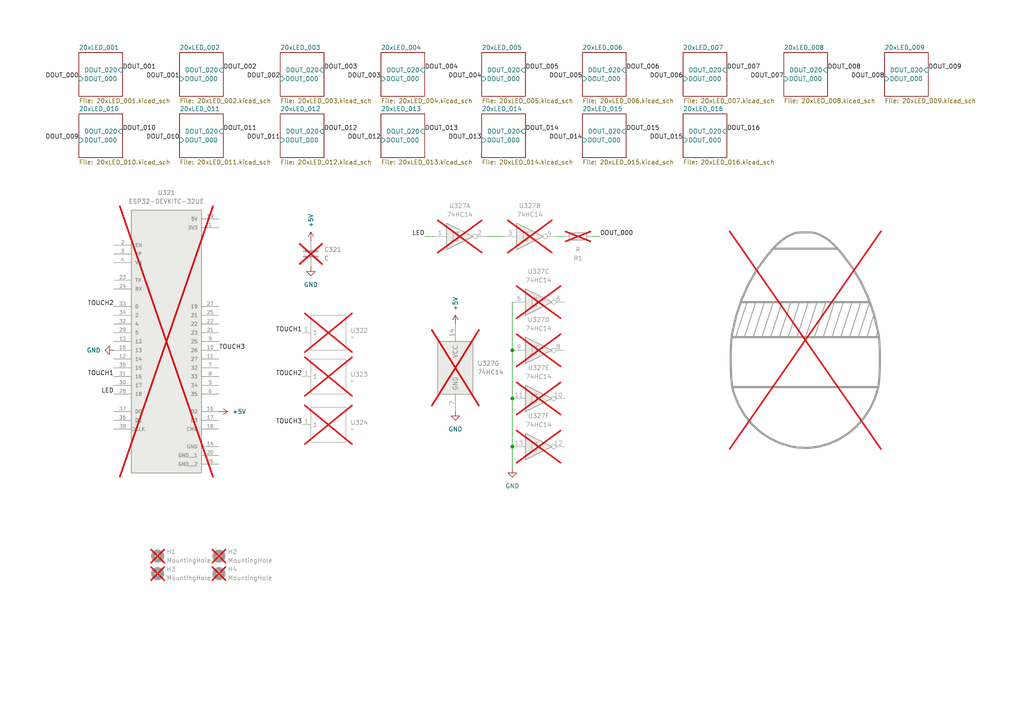
<source format=kicad_sch>
(kicad_sch (version 20250114) (generator "eeschema") (generator_version "9.0")
  (paper "A4")
  (lib_symbols
    (symbol "74xx:74HC14" (pin_names (offset 1.016))
      (property "Reference" "U" (at 0 1.27 0))
      (property "Value" "74HC14" (at 0 -1.27 0))
      (symbol "74HC14_1_0"
        (polyline (pts (xy -3.81 3.81) (xy -3.81 -3.81) (xy 3.81 0) (xy -3.81 3.81)) (stroke (width 0.254)) (fill (type background)))
        (pin input line (at -7.62 0 0) (length 3.81) (name "~") (number "1"))
        (pin output inverted (at 7.62 0 180) (length 3.81) (name "~") (number "2"))
      )
      (symbol "74HC14_1_1"
        (polyline (pts (xy -2.54 -1.27) (xy -0.635 -1.27) (xy -0.635 1.27) (xy 0 1.27)))
        (polyline (pts (xy -1.905 -1.27) (xy -1.905 1.27) (xy -0.635 1.27)))
      )
      (symbol "74HC14_2_0"
        (polyline (pts (xy -3.81 3.81) (xy -3.81 -3.81) (xy 3.81 0) (xy -3.81 3.81)) (stroke (width 0.254)) (fill (type background)))
        (pin input line (at -7.62 0 0) (length 3.81) (name "~") (number "3"))
        (pin output inverted (at 7.62 0 180) (length 3.81) (name "~") (number "4"))
      )
      (symbol "74HC14_2_1"
        (polyline (pts (xy -2.54 -1.27) (xy -0.635 -1.27) (xy -0.635 1.27) (xy 0 1.27)))
        (polyline (pts (xy -1.905 -1.27) (xy -1.905 1.27) (xy -0.635 1.27)))
      )
      (symbol "74HC14_3_0"
        (polyline (pts (xy -3.81 3.81) (xy -3.81 -3.81) (xy 3.81 0) (xy -3.81 3.81)) (stroke (width 0.254)) (fill (type background)))
        (pin input line (at -7.62 0 0) (length 3.81) (name "~") (number "5"))
        (pin output inverted (at 7.62 0 180) (length 3.81) (name "~") (number "6"))
      )
      (symbol "74HC14_3_1"
        (polyline (pts (xy -2.54 -1.27) (xy -0.635 -1.27) (xy -0.635 1.27) (xy 0 1.27)))
        (polyline (pts (xy -1.905 -1.27) (xy -1.905 1.27) (xy -0.635 1.27)))
      )
      (symbol "74HC14_4_0"
        (polyline (pts (xy -3.81 3.81) (xy -3.81 -3.81) (xy 3.81 0) (xy -3.81 3.81)) (stroke (width 0.254)) (fill (type background)))
        (pin input line (at -7.62 0 0) (length 3.81) (name "~") (number "9"))
        (pin output inverted (at 7.62 0 180) (length 3.81) (name "~") (number "8"))
      )
      (symbol "74HC14_4_1"
        (polyline (pts (xy -2.54 -1.27) (xy -0.635 -1.27) (xy -0.635 1.27) (xy 0 1.27)))
        (polyline (pts (xy -1.905 -1.27) (xy -1.905 1.27) (xy -0.635 1.27)))
      )
      (symbol "74HC14_5_0"
        (polyline (pts (xy -3.81 3.81) (xy -3.81 -3.81) (xy 3.81 0) (xy -3.81 3.81)) (stroke (width 0.254)) (fill (type background)))
        (pin input line (at -7.62 0 0) (length 3.81) (name "~") (number "11"))
        (pin output inverted (at 7.62 0 180) (length 3.81) (name "~") (number "10"))
      )
      (symbol "74HC14_5_1"
        (polyline (pts (xy -2.54 -1.27) (xy -0.635 -1.27) (xy -0.635 1.27) (xy 0 1.27)))
        (polyline (pts (xy -1.905 -1.27) (xy -1.905 1.27) (xy -0.635 1.27)))
      )
      (symbol "74HC14_6_0"
        (polyline (pts (xy -3.81 3.81) (xy -3.81 -3.81) (xy 3.81 0) (xy -3.81 3.81)) (stroke (width 0.254)) (fill (type background)))
        (pin input line (at -7.62 0 0) (length 3.81) (name "~") (number "13"))
        (pin output inverted (at 7.62 0 180) (length 3.81) (name "~") (number "12"))
      )
      (symbol "74HC14_6_1"
        (polyline (pts (xy -2.54 -1.27) (xy -0.635 -1.27) (xy -0.635 1.27) (xy 0 1.27)))
        (polyline (pts (xy -1.905 -1.27) (xy -1.905 1.27) (xy -0.635 1.27)))
      )
      (symbol "74HC14_7_0"
        (pin power_in line (at 0 12.7 270) (length 5.08) (name "VCC") (number "14"))
        (pin power_in line (at 0 -12.7 90) (length 5.08) (name "GND") (number "7"))
      )
      (symbol "74HC14_7_1"
        (rectangle (start -5.08 7.62) (end 5.08 -7.62) (stroke (width 0.254)) (fill (type background)))
      )
    )
    (symbol "Device:C" (pin_numbers (hide yes)) (pin_names (offset 0.254))
      (property "Reference" "C" (at 0.635 2.54 0))
      (property "Value" "C" (at 0.635 -2.54 0))
      (symbol "C_0_1"
        (polyline (pts (xy -2.032 0.762) (xy 2.032 0.762)) (stroke (width 0.508)))
        (polyline (pts (xy -2.032 -0.762) (xy 2.032 -0.762)) (stroke (width 0.508)))
      )
      (symbol "C_1_1"
        (pin passive line (at 0 3.81 270) (length 2.794) (name "~") (number "1"))
        (pin passive line (at 0 -3.81 90) (length 2.794) (name "~") (number "2"))
      )
    )
    (symbol "Device:R" (pin_numbers (hide yes)) (pin_names (offset 0))
      (property "Reference" "R" (at 2.032 0 90))
      (property "Value" "R" (at 0 0 90))
      (symbol "R_0_1"
        (rectangle (start -1.016 -2.54) (end 1.016 2.54) (stroke (width 0.254)))
      )
      (symbol "R_1_1"
        (pin passive line (at 0 3.81 270) (length 1.27) (name "~") (number "1"))
        (pin passive line (at 0 -3.81 90) (length 1.27) (name "~") (number "2"))
      )
    )
    (symbol "ESP32-DEVKITC-32UE:ESP32-DEVKITC-32UE" (pin_names (offset 1.016))
      (property "Reference" "U" (at -10.16 36.83 0))
      (property "Value" "ESP32-DEVKITC-32UE" (at -10.16 -43.18 0))
      (symbol "ESP32-DEVKITC-32UE_0_0"
        (rectangle (start -10.16 -40.64) (end 10.16 35.56) (stroke (width 0.254)) (fill (type background)))
        (pin input line (at -15.24 25.4 0) (length 5.08) (name "EN") (number "2"))
        (pin input line (at -15.24 22.86 0) (length 5.08) (name "VP") (number "3"))
        (pin input line (at -15.24 20.32 0) (length 5.08) (name "VN") (number "4"))
        (pin bidirectional line (at -15.24 15.24 0) (length 5.08) (name "TX") (number "23"))
        (pin bidirectional line (at -15.24 12.7 0) (length 5.08) (name "RX") (number "24"))
        (pin bidirectional line (at -15.24 7.62 0) (length 5.08) (name "0") (number "33"))
        (pin bidirectional line (at -15.24 5.08 0) (length 5.08) (name "2") (number "34"))
        (pin bidirectional line (at -15.24 2.54 0) (length 5.08) (name "4") (number "32"))
        (pin bidirectional line (at -15.24 0 0) (length 5.08) (name "5") (number "29"))
        (pin bidirectional line (at -15.24 -2.54 0) (length 5.08) (name "12") (number "13"))
        (pin bidirectional line (at -15.24 -5.08 0) (length 5.08) (name "13") (number "15"))
        (pin bidirectional line (at -15.24 -7.62 0) (length 5.08) (name "14") (number "12"))
        (pin bidirectional line (at -15.24 -10.16 0) (length 5.08) (name "15") (number "35"))
        (pin bidirectional line (at -15.24 -12.7 0) (length 5.08) (name "16") (number "31"))
        (pin bidirectional line (at -15.24 -15.24 0) (length 5.08) (name "17") (number "30"))
        (pin bidirectional line (at -15.24 -17.78 0) (length 5.08) (name "18") (number "28"))
        (pin bidirectional line (at -15.24 -22.86 0) (length 5.08) (name "D0") (number "37"))
        (pin bidirectional line (at -15.24 -25.4 0) (length 5.08) (name "D1") (number "36"))
        (pin bidirectional clock (at -15.24 -27.94 0) (length 5.08) (name "CLK") (number "38"))
        (pin power_in line (at 15.24 33.02 180) (length 5.08) (name "5V") (number "19"))
        (pin power_in line (at 15.24 30.48 180) (length 5.08) (name "3V3") (number "1"))
        (pin bidirectional line (at 15.24 7.62 180) (length 5.08) (name "19") (number "27"))
        (pin bidirectional line (at 15.24 5.08 180) (length 5.08) (name "21") (number "25"))
        (pin bidirectional line (at 15.24 2.54 180) (length 5.08) (name "22") (number "22"))
        (pin bidirectional line (at 15.24 0 180) (length 5.08) (name "23") (number "21"))
        (pin bidirectional line (at 15.24 -2.54 180) (length 5.08) (name "25") (number "9"))
        (pin bidirectional line (at 15.24 -5.08 180) (length 5.08) (name "26") (number "10"))
        (pin bidirectional line (at 15.24 -7.62 180) (length 5.08) (name "27") (number "11"))
        (pin bidirectional line (at 15.24 -10.16 180) (length 5.08) (name "32") (number "7"))
        (pin bidirectional line (at 15.24 -12.7 180) (length 5.08) (name "33") (number "8"))
        (pin bidirectional line (at 15.24 -15.24 180) (length 5.08) (name "34") (number "5"))
        (pin bidirectional line (at 15.24 -17.78 180) (length 5.08) (name "35") (number "6"))
        (pin bidirectional line (at 15.24 -22.86 180) (length 5.08) (name "D2") (number "16"))
        (pin bidirectional line (at 15.24 -25.4 180) (length 5.08) (name "D3") (number "17"))
        (pin bidirectional line (at 15.24 -27.94 180) (length 5.08) (name "CMD") (number "18"))
        (pin power_in line (at 15.24 -33.02 180) (length 5.08) (name "GND") (number "14"))
        (pin power_in line (at 15.24 -35.56 180) (length 5.08) (name "GND__1") (number "20"))
        (pin power_in line (at 15.24 -38.1 180) (length 5.08) (name "GND__2") (number "26"))
      )
    )
    (symbol "ESP32-DEVKITC-32UE:cap_touch"
      (property "Reference" "U" (at 0 0 0))
      (property "Value" "~" (at 0 0 0))
      (symbol "cap_touch_0_1"
        (rectangle (start -5.08 5.08) (end 5.08 -5.08))
      )
      (symbol "cap_touch_1_1"
        (pin passive line (at -7.62 0 0) (length 2.54) (name "1") (number "1"))
      )
    )
    (symbol "Graphic:SYM_EasterEgg_42x60mm" (in_bom no)
      (symbol "SYM_EasterEgg_42x60mm_0_0"
        (polyline (pts (xy -21.336 31.75) (xy 21.082 31.75)) (stroke (width 0.635)))
        (polyline (pts (xy -21.082 17.272) (xy 20.828 17.272)) (stroke (width 0.635)))
        (polyline (pts (xy -20.32 31.75) (xy -17.018 41.91)) (stroke (width 0.254)))
        (polyline (pts (xy -18.542 41.91) (xy 18.542 41.91)) (stroke (width 0.635)))
        (polyline (pts (xy -17.78 31.75) (xy -14.478 41.91)) (stroke (width 0.254)))
        (polyline (pts (xy -15.24 31.75) (xy -11.938 41.91)) (stroke (width 0.254)))
        (polyline (pts (xy -12.7 31.75) (xy -9.398 41.91)) (stroke (width 0.254)))
        (polyline (pts (xy -10.16 31.75) (xy -6.858 41.91)) (stroke (width 0.254)))
        (polyline (pts (xy -9.144 57.404) (xy 9.144 57.404)) (stroke (width 0.635)))
        (polyline (pts (xy -7.62 31.75) (xy -4.318 41.91)) (stroke (width 0.254)))
        (polyline (pts (xy -5.08 31.75) (xy -1.778 41.91)) (stroke (width 0.254)))
        (polyline (pts (xy -2.54 31.75) (xy 0.762 41.91)) (stroke (width 0.254)))
        (polyline (pts (xy 0 31.75) (xy 3.302 41.91)) (stroke (width 0.254)))
        (polyline (pts (xy 2.54 31.75) (xy 5.842 41.91)) (stroke (width 0.254)))
        (polyline (pts (xy 3.81 0) (xy 6.7876 0.8362) (xy 9.6194 2.1032) (xy 12.2601 3.7704) (xy 14.664 5.8069) (xy 16.7858 8.1821) (xy 18.5799 10.8653) (xy 20.0009 13.8258) (xy 21.0033 17.0328) (xy 21.1579 17.9022) (xy 21.3178 19.4063) (xy 21.4338 21.2395) (xy 21.5049 23.284) (xy 21.5298 25.422) (xy 21.5076 27.5357) (xy 21.4371 29.5073) (xy 21.3173 31.219) (xy 21.1471 32.5531) (xy 21.0293 33.1976) (xy 19.8134 38.3331) (xy 18.153 43.1691) (xy 16.0395 47.7248) (xy 13.4638 52.0197) (xy 10.4171 56.0733) (xy 9.6566 56.9666) (xy 8.2477 58.489) (xy 6.9641 59.662) (xy 5.7116 60.5673) (xy 4.3959 61.2863) (xy 3.6465 61.6273) (xy 2.8869 61.9035) (xy 2.1275 62.0584) (xy 1.1882 62.1264) (xy -0.1111 62.1414) (xy -1.2192 62.1318) (xy -2.2063 62.0754) (xy -2.9835 61.9377) (xy -3.7313 61.6843) (xy -4.63 61.2808) (xy -5.679 60.7202) (xy -6.9361 59.8507) (xy -8.2194 58.7217) (xy -9.6079 57.2622) (xy -11.1805 55.4015) (xy -14.1139 51.3837) (xy -16.6002 47.0991) (xy -18.6319 42.5472) (xy -20.2187 37.706) (xy -21.3706 32.5531) (xy -21.5144 31.4761) (xy -21.6403 29.8364) (xy -21.7184 27.9175) (xy -21.7496 25.8363) (xy -21.7349 23.7097) (xy -21.6753 21.6545) (xy -21.5719 19.7876) (xy -21.4256 18.2259) (xy -21.2374 17.0862) (xy -20.7288 15.2493) (xy -19.4413 12.0552) (xy -17.7312 9.1385) (xy -15.6363 6.5369) (xy -13.1945 4.2881) (xy -10.4433 2.4299) (xy -7.4207 0.9998) (xy -4.1643 0.0357) (xy -2.4005 -0.2572) (xy 0.7322 -0.3747) (xy 3.81 0)) (stroke (width 0.635)))
        (polyline (pts (xy 5.08 31.75) (xy 8.382 41.91)) (stroke (width 0.254)))
        (polyline (pts (xy 7.62 31.75) (xy 10.922 41.91)) (stroke (width 0.254)))
        (polyline (pts (xy 10.16 31.75) (xy 13.462 41.91)) (stroke (width 0.254)))
        (polyline (pts (xy 12.7 31.75) (xy 16.002 41.91)) (stroke (width 0.254)))
        (polyline (pts (xy 15.24 31.75) (xy 18.542 41.91)) (stroke (width 0.254)))
        (polyline (pts (xy 17.78 31.75) (xy 19.685 38.1)) (stroke (width 0.254)))
        (polyline (pts (xy 20.32 31.75) (xy 20.955 33.655)) (stroke (width 0.254)))
      )
    )
    (symbol "Mechanical:MountingHole" (pin_names (offset 1.016)) (in_bom no)
      (property "Reference" "H" (at 0 5.08 0))
      (property "Value" "MountingHole" (at 0 3.175 0))
      (symbol "MountingHole_0_1"
        (circle (center 0 0) (radius 1.27) (stroke (width 1.27)))
      )
    )
    (symbol "power:+5V" (power) (pin_numbers (hide yes)) (pin_names (offset 0) (hide yes))
      (property "Value" "+5V" (at 0 3.556 0))
      (symbol "+5V_0_1"
        (polyline (pts (xy -0.762 1.27) (xy 0 2.54)))
        (polyline (pts (xy 0 2.54) (xy 0.762 1.27)))
        (polyline (pts (xy 0 0) (xy 0 2.54)))
      )
      (symbol "+5V_1_1"
        (pin power_in line (at 0 0 90) (length 0) (name "~") (number "1"))
      )
    )
    (symbol "power:GND" (power) (pin_numbers (hide yes)) (pin_names (offset 0) (hide yes))
      (property "Value" "GND" (at 0 -3.81 0))
      (symbol "GND_0_1"
        (polyline (pts (xy 0 0) (xy 0 -1.27) (xy 1.27 -1.27) (xy 0 -2.54) (xy -1.27 -1.27) (xy 0 -1.27)))
      )
      (symbol "GND_1_1"
        (pin power_in line (at 0 0 270) (length 0) (name "~") (number "1"))
      )
    )
  )
  (text "https://www.az-delivery.de/products/esp32-dev-kit-c-v4-nodemcu-wlan-wifi-development-board-mit-usb-c-anschluss-kompatibel-mit-arduino?variant=46050066170123" (at 95.504 -8.128 0) (effects (font (size 1.27 1.27))))
  (text "ESP32-WROVER-E-N8R8 " (at 21.336 -4.826 0) (effects (font (size 1.27 1.27))))
  (junction (at 148.59 115.57))
  (junction (at 148.59 129.54))
  (junction (at 148.59 101.6))
  (wire (pts (xy 161.29 68.58) (xy 163.83 68.58)))
  (wire (pts (xy 173.99 68.58) (xy 171.45 68.58)))
  (wire (pts (xy 148.59 115.57) (xy 148.59 129.54)))
  (wire (pts (xy 148.59 135.89) (xy 148.59 129.54)))
  (wire (pts (xy 148.59 87.63) (xy 148.59 101.6)))
  (wire (pts (xy 123.19 68.58) (xy 125.73 68.58)))
  (wire (pts (xy 140.97 68.58) (xy 146.05 68.58)))
  (wire (pts (xy 148.59 101.6) (xy 148.59 115.57)))
  (label "DOUT_008" (at 240.03 20.32 0))
  (label "DOUT_012" (at 110.49 40.64 180))
  (label "DOUT_015" (at 198.12 40.64 180))
  (label "DOUT_005" (at 152.4 20.32 0))
  (label "LED" (at 33.02 114.3 180))
  (label "DOUT_000" (at 22.86 22.86 180))
  (label "DOUT_000" (at 173.99 68.58 0))
  (label "DOUT_001" (at 52.07 22.86 180))
  (label "DOUT_007" (at 227.33 22.86 180))
  (label "DOUT_006" (at 198.12 22.86 180))
  (label "TOUCH3" (at 87.63 123.19 180))
  (label "DOUT_002" (at 64.77 20.32 0))
  (label "TOUCH1" (at 33.02 109.22 180))
  (label "DOUT_003" (at 93.98 20.32 0))
  (label "DOUT_012" (at 93.98 38.1 0))
  (label "DOUT_004" (at 123.19 20.32 0))
  (label "DOUT_004" (at 139.7 22.86 180))
  (label "DOUT_011" (at 81.28 40.64 180))
  (label "DOUT_009" (at 269.24 20.32 0))
  (label "TOUCH2" (at 33.02 88.9 180))
  (label "DOUT_007" (at 210.82 20.32 0))
  (label "DOUT_015" (at 181.61 38.1 0))
  (label "DOUT_003" (at 110.49 22.86 180))
  (label "DOUT_002" (at 81.28 22.86 180))
  (label "DOUT_014" (at 152.4 38.1 0))
  (label "DOUT_010" (at 35.56 38.1 0))
  (label "DOUT_016" (at 210.82 38.1 0))
  (label "DOUT_013" (at 139.7 40.64 180))
  (label "TOUCH1" (at 87.63 96.52 180))
  (label "DOUT_013" (at 123.19 38.1 0))
  (label "DOUT_008" (at 256.54 22.86 180))
  (label "DOUT_011" (at 64.77 38.1 0))
  (label "DOUT_001" (at 35.56 20.32 0))
  (label "LED" (at 123.19 68.58 180))
  (label "TOUCH2" (at 87.63 109.22 180))
  (label "DOUT_014" (at 168.91 40.64 180))
  (label "DOUT_005" (at 168.91 22.86 180))
  (label "TOUCH3" (at 63.5 101.6 0))
  (label "DOUT_009" (at 22.86 40.64 180))
  (label "DOUT_006" (at 181.61 20.32 0))
  (label "DOUT_010" (at 52.07 40.64 180))
  (symbol (lib_id "74xx:74HC14") (at 156.21 115.57 0) (unit 5) (in_bom no) (dnp yes)
    (property "Reference" "U327" (at 156.21 106.68 0))
    (property "Value" "74HC14" (at 156.21 109.22 0))
    (property "Footprint" "Package_SO:SOIC-14_3.9x8.7mm_P1.27mm" (effects (hide yes)))
    (property "Datasheet" "http://www.ti.com/lit/gpn/sn74HC14" (effects (hide yes)))
    (property "Description" "74HC14D,653" (effects (hide yes)))
  )
  (symbol (lib_id "ESP32-DEVKITC-32UE:cap_touch") (at 95.25 96.52 0) (unit 1) (in_bom no) (dnp yes)
    (property "Reference" "U322" (at 101.6 95.8849 0) (effects (justify left)))
    (property "Value" "~" (at 101.6 97.79 0) (effects (justify left)))
    (property "Footprint" "ESP32_DEVKITC_32UE:cap_touch" (effects (hide yes)))
  )
  (symbol (lib_id "Mechanical:MountingHole") (at 63.5 166.37 0) (unit 1) (in_bom no) (dnp yes)
    (property "Reference" "H4" (at 66.04 165.0999 0) (effects (justify left)))
    (property "Value" "MountingHole" (at 66.04 167.6399 0) (effects (justify left)))
    (property "Footprint" "MountingHole:MountingHole_2.2mm_M2_DIN965_Pad" (effects (hide yes)))
    (property "Description" "Mounting Hole without connection" (effects (hide yes)))
  )
  (symbol (lib_id "power:+5V") (at 63.5 119.38 270) (unit 1)
    (property "Reference" "#PWR1281" (effects (hide yes)))
    (property "Value" "+5V" (at 67.31 119.3801 90) (effects (justify left)))
    (property "Description" "Power symbol creates a global label with name \"+5V\"" (effects (hide yes)))
  )
  (symbol (lib_id "Mechanical:MountingHole") (at 45.72 166.37 0) (unit 1) (in_bom no) (dnp yes)
    (property "Reference" "H3" (at 48.26 165.0999 0) (effects (justify left)))
    (property "Value" "MountingHole" (at 48.26 167.6399 0) (effects (justify left)))
    (property "Footprint" "MountingHole:MountingHole_2.2mm_M2_DIN965_Pad" (effects (hide yes)))
    (property "Description" "Mounting Hole without connection" (effects (hide yes)))
  )
  (symbol (lib_id "74xx:74HC14") (at 156.21 87.63 0) (unit 3) (in_bom no) (dnp yes)
    (property "Reference" "U327" (at 156.21 78.74 0))
    (property "Value" "74HC14" (at 156.21 81.28 0))
    (property "Footprint" "Package_SO:SOIC-14_3.9x8.7mm_P1.27mm" (effects (hide yes)))
    (property "Datasheet" "http://www.ti.com/lit/gpn/sn74HC14" (effects (hide yes)))
    (property "Description" "74HC14D,653" (effects (hide yes)))
  )
  (symbol (lib_id "power:GND") (at 90.17 77.47 0) (mirror y) (unit 1)
    (property "Reference" "#PWR1286" (effects (hide yes)))
    (property "Value" "GND" (at 90.17 82.55 0))
    (property "Description" "Power symbol creates a global label with name \"GND\" , ground" (effects (hide yes)))
  )
  (symbol (lib_id "74xx:74HC14") (at 132.08 106.68 0) (unit 7) (in_bom no) (dnp yes)
    (property "Reference" "U327" (at 138.43 105.4099 0) (effects (justify left)))
    (property "Value" "74HC14" (at 138.43 107.9499 0) (effects (justify left)))
    (property "Footprint" "Package_SO:SOIC-14_3.9x8.7mm_P1.27mm" (effects (hide yes)))
    (property "Datasheet" "http://www.ti.com/lit/gpn/sn74HC14" (effects (hide yes)))
    (property "Description" "74HC14D,653" (effects (hide yes)))
  )
  (symbol (lib_id "power:GND") (at 33.02 101.6 270) (mirror x) (unit 1)
    (property "Reference" "#PWR09" (effects (hide yes)))
    (property "Value" "GND" (at 29.21 101.5999 90) (effects (justify right)))
    (property "Description" "Power symbol creates a global label with name \"GND\" , ground" (effects (hide yes)))
  )
  (symbol (lib_id "Graphic:SYM_EasterEgg_42x60mm") (at 233.68 129.54 0) (unit 1) (in_bom no) (dnp yes)
    (property "Reference" "SYM1" (effects (hide yes)))
    (property "Value" "SYM_EasterEgg_42x60mm" (effects (hide yes)))
    (property "Footprint" "bb:Logo_Elektrojupp" (effects (hide yes)))
    (property "Datasheet" "https://eur-lex.europa.eu/LexUriServ/LexUriServ.do?uri=OJ:L:2013:347:0671:0854:de:PDF" (effects (hide yes)))
    (property "Description" "EasterEgg, ClassA, Medium Size" (effects (hide yes)))
  )
  (symbol (lib_id "ESP32-DEVKITC-32UE:cap_touch") (at 95.25 109.22 0) (unit 1) (in_bom no) (dnp yes)
    (property "Reference" "U323" (at 101.6 108.5849 0) (effects (justify left)))
    (property "Value" "~" (at 101.6 110.49 0) (effects (justify left)))
    (property "Footprint" "ESP32_DEVKITC_32UE:cap_touch" (effects (hide yes)))
  )
  (symbol (lib_id "power:GND") (at 132.08 119.38 0) (mirror y) (unit 1)
    (property "Reference" "#PWR04" (effects (hide yes)))
    (property "Value" "GND" (at 132.08 124.46 0))
    (property "Description" "Power symbol creates a global label with name \"GND\" , ground" (effects (hide yes)))
  )
  (symbol (lib_id "power:+5V") (at 90.17 69.85 0) (unit 1)
    (property "Reference" "#PWR1285" (effects (hide yes)))
    (property "Value" "+5V" (at 90.1701 66.04 90) (effects (justify left)))
    (property "Description" "Power symbol creates a global label with name \"+5V\"" (effects (hide yes)))
  )
  (symbol (lib_id "74xx:74HC14") (at 156.21 101.6 0) (unit 4) (in_bom no) (dnp yes)
    (property "Reference" "U327" (at 156.21 92.71 0))
    (property "Value" "74HC14" (at 156.21 95.25 0))
    (property "Footprint" "Package_SO:SOIC-14_3.9x8.7mm_P1.27mm" (effects (hide yes)))
    (property "Datasheet" "http://www.ti.com/lit/gpn/sn74HC14" (effects (hide yes)))
    (property "Description" "74HC14D,653" (effects (hide yes)))
  )
  (symbol (lib_id "power:+5V") (at 132.08 93.98 0) (unit 1)
    (property "Reference" "#PWR08" (effects (hide yes)))
    (property "Value" "+5V" (at 132.0801 90.17 90) (effects (justify left)))
    (property "Description" "Power symbol creates a global label with name \"+5V\"" (effects (hide yes)))
  )
  (symbol (lib_id "power:GND") (at 148.59 135.89 0) (mirror y) (unit 1)
    (property "Reference" "#PWR03" (effects (hide yes)))
    (property "Value" "GND" (at 148.59 140.97 0))
    (property "Description" "Power symbol creates a global label with name \"GND\" , ground" (effects (hide yes)))
  )
  (symbol (lib_id "Mechanical:MountingHole") (at 45.72 161.29 0) (unit 1) (in_bom no) (dnp yes)
    (property "Reference" "H1" (at 48.26 160.0199 0) (effects (justify left)))
    (property "Value" "MountingHole" (at 48.26 162.5599 0) (effects (justify left)))
    (property "Footprint" "MountingHole:MountingHole_2.2mm_M2_DIN965_Pad" (effects (hide yes)))
    (property "Description" "Mounting Hole without connection" (effects (hide yes)))
  )
  (symbol (lib_id "74xx:74HC14") (at 156.21 129.54 0) (unit 6) (in_bom no) (dnp yes)
    (property "Reference" "U327" (at 156.21 120.65 0))
    (property "Value" "74HC14" (at 156.21 123.19 0))
    (property "Footprint" "Package_SO:SOIC-14_3.9x8.7mm_P1.27mm" (effects (hide yes)))
    (property "Datasheet" "http://www.ti.com/lit/gpn/sn74HC14" (effects (hide yes)))
    (property "Description" "74HC14D,653" (effects (hide yes)))
  )
  (symbol (lib_id "Device:C") (at 90.17 73.66 0) (unit 1) (in_bom no) (dnp yes)
    (property "Reference" "C321" (at 93.98 72.3899 0) (effects (justify left)))
    (property "Value" "C" (at 93.98 74.9299 0) (effects (justify left)))
    (property "Footprint" "Capacitor_SMD:CP_Elec_8x10" (effects (hide yes)))
    (property "Description" "Unpolarized capacitor" (effects (hide yes)))
  )
  (symbol (lib_id "ESP32-DEVKITC-32UE:cap_touch") (at 95.25 123.19 0) (unit 1) (in_bom no) (dnp yes)
    (property "Reference" "U324" (at 101.6 122.5549 0) (effects (justify left)))
    (property "Value" "~" (at 101.6 124.46 0) (effects (justify left)))
    (property "Footprint" "ESP32_DEVKITC_32UE:cap_touch" (effects (hide yes)))
  )
  (symbol (lib_id "ESP32-DEVKITC-32UE:ESP32-DEVKITC-32UE") (at 48.26 96.52 0) (unit 1) (in_bom no) (dnp yes)
    (property "Reference" "U321" (at 48.26 55.88 0))
    (property "Value" "ESP32-DEVKITC-32UE" (at 48.26 58.42 0))
    (property "Footprint" "ESP32_DEVKITC_32UE:ESPRESSIF_ESP32-DEVKITC-32UE" (effects (hide yes)))
    (property "PARTREV" "V4" (effects (hide yes)))
    (property "SNAPEDA_PN" "ESP32-DEVKITC-32UE" (effects (hide yes)))
    (property "MANUFACTURER" "Espressif" (effects (hide yes)))
    (property "MAXIMUM_PACKAGE_HEIGHT" "N/A" (effects (hide yes)))
    (property "STANDARD" "Manufacturer Recommendations" (effects (hide yes)))
  )
  (symbol (lib_id "Device:R") (at 167.64 68.58 270) (unit 1) (in_bom no) (dnp yes)
    (property "Reference" "R1" (at 167.64 74.93 90))
    (property "Value" "R" (at 167.64 72.39 90))
    (property "Footprint" "Resistor_SMD:R_0805_2012Metric_Pad1.20x1.40mm_HandSolder" (effects (hide yes)))
    (property "Description" "Resistor" (effects (hide yes)))
  )
  (symbol (lib_id "Mechanical:MountingHole") (at 63.5 161.29 0) (unit 1) (in_bom no) (dnp yes)
    (property "Reference" "H2" (at 66.04 160.0199 0) (effects (justify left)))
    (property "Value" "MountingHole" (at 66.04 162.5599 0) (effects (justify left)))
    (property "Footprint" "MountingHole:MountingHole_2.2mm_M2_DIN965_Pad" (effects (hide yes)))
    (property "Description" "Mounting Hole without connection" (effects (hide yes)))
  )
  (symbol (lib_id "74xx:74HC14") (at 133.35 68.58 0) (unit 1) (in_bom no) (dnp yes)
    (property "Reference" "U327" (at 133.35 59.69 0))
    (property "Value" "74HC14" (at 133.35 62.23 0))
    (property "Footprint" "Package_SO:SOIC-14_3.9x8.7mm_P1.27mm" (effects (hide yes)))
    (property "Datasheet" "http://www.ti.com/lit/gpn/sn74HC14" (effects (hide yes)))
    (property "Description" "74HC14D,653" (effects (hide yes)))
  )
  (symbol (lib_id "74xx:74HC14") (at 153.67 68.58 0) (unit 2) (in_bom no) (dnp yes)
    (property "Reference" "U327" (at 153.67 59.69 0))
    (property "Value" "74HC14" (at 153.67 62.23 0))
    (property "Footprint" "Package_SO:SOIC-14_3.9x8.7mm_P1.27mm" (effects (hide yes)))
    (property "Datasheet" "http://www.ti.com/lit/gpn/sn74HC14" (effects (hide yes)))
    (property "Description" "74HC14D,653" (effects (hide yes)))
  )
  (sheet (at 81.28 15.24) (size 12.7 12.7) (stroke (width 0.1524))
    (property "Sheetname" "20xLED_003" (at 81.28 14.5284 0) (effects (justify left bottom)))
    (property "Sheetfile" "20xLED_003.kicad_sch" (at 81.28 28.5246 0) (effects (justify left top)))
    (pin "DOUT_000" input (at 81.28 22.86 180))
    (pin "DOUT_020" input (at 93.98 20.32 0))
  )
  (sheet (at 81.28 33.02) (size 12.7 12.7) (stroke (width 0.1524))
    (property "Sheetname" "20xLED_012" (at 81.28 32.3084 0) (effects (justify left bottom)))
    (property "Sheetfile" "20xLED_012.kicad_sch" (at 81.28 46.3046 0) (effects (justify left top)))
    (pin "DOUT_020" input (at 93.98 38.1 0))
    (pin "DOUT_000" input (at 81.28 40.64 180))
  )
  (sheet (at 110.49 15.24) (size 12.7 12.7) (stroke (width 0.1524))
    (property "Sheetname" "20xLED_004" (at 110.49 14.5284 0) (effects (justify left bottom)))
    (property "Sheetfile" "20xLED_004.kicad_sch" (at 110.49 28.5246 0) (effects (justify left top)))
    (pin "DOUT_000" input (at 110.49 22.86 180))
    (pin "DOUT_020" input (at 123.19 20.32 0))
  )
  (sheet (at 198.12 33.02) (size 12.7 12.7) (stroke (width 0.1524))
    (property "Sheetname" "20xLED_016" (at 198.12 32.3084 0) (effects (justify left bottom)))
    (property "Sheetfile" "20xLED_016.kicad_sch" (at 198.12 46.3046 0) (effects (justify left top)))
    (pin "DOUT_000" input (at 198.12 40.64 180))
    (pin "DOUT_020" input (at 210.82 38.1 0))
  )
  (sheet (at 227.33 15.24) (size 12.7 12.7) (stroke (width 0.1524))
    (property "Sheetname" "20xLED_008" (at 227.33 14.5284 0) (effects (justify left bottom)))
    (property "Sheetfile" "20xLED_008.kicad_sch" (at 227.33 28.5246 0) (effects (justify left top)))
    (pin "DOUT_000" input (at 227.33 22.86 180))
    (pin "DOUT_020" input (at 240.03 20.32 0))
  )
  (sheet (at 22.86 15.24) (size 12.7 12.7) (stroke (width 0.1524))
    (property "Sheetname" "20xLED_001" (at 22.86 14.5284 0) (effects (justify left bottom)))
    (property "Sheetfile" "20xLED_001.kicad_sch" (at 22.86 28.5246 0) (effects (justify left top)))
    (pin "DOUT_020" input (at 35.56 20.32 0))
    (pin "DOUT_000" input (at 22.86 22.86 180))
  )
  (sheet (at 168.91 33.02) (size 12.7 12.7) (stroke (width 0.1524))
    (property "Sheetname" "20xLED_015" (at 168.91 32.3084 0) (effects (justify left bottom)))
    (property "Sheetfile" "20xLED_015.kicad_sch" (at 168.91 46.3046 0) (effects (justify left top)))
    (pin "DOUT_000" input (at 168.91 40.64 180))
    (pin "DOUT_020" input (at 181.61 38.1 0))
  )
  (sheet (at 22.86 33.02) (size 12.7 12.7) (stroke (width 0.1524))
    (property "Sheetname" "20xLED_010" (at 22.86 32.3084 0) (effects (justify left bottom)))
    (property "Sheetfile" "20xLED_010.kicad_sch" (at 22.86 46.3046 0) (effects (justify left top)))
    (pin "DOUT_020" input (at 35.56 38.1 0))
    (pin "DOUT_000" input (at 22.86 40.64 180))
  )
  (sheet (at 256.54 15.24) (size 12.7 12.7) (stroke (width 0.1524))
    (property "Sheetname" "20xLED_009" (at 256.54 14.5284 0) (effects (justify left bottom)))
    (property "Sheetfile" "20xLED_009.kicad_sch" (at 256.54 28.5246 0) (effects (justify left top)))
    (pin "DOUT_020" input (at 269.24 20.32 0))
    (pin "DOUT_000" input (at 256.54 22.86 180))
  )
  (sheet (at 110.49 33.02) (size 12.7 12.7) (stroke (width 0.1524))
    (property "Sheetname" "20xLED_013" (at 110.49 32.3084 0) (effects (justify left bottom)))
    (property "Sheetfile" "20xLED_013.kicad_sch" (at 110.49 46.3046 0) (effects (justify left top)))
    (pin "DOUT_000" input (at 110.49 40.64 180))
    (pin "DOUT_020" input (at 123.19 38.1 0))
  )
  (sheet (at 52.07 33.02) (size 12.7 12.7) (stroke (width 0.1524))
    (property "Sheetname" "20xLED_011" (at 52.07 32.3084 0) (effects (justify left bottom)))
    (property "Sheetfile" "20xLED_011.kicad_sch" (at 52.07 46.3046 0) (effects (justify left top)))
    (pin "DOUT_000" input (at 52.07 40.64 180))
    (pin "DOUT_020" input (at 64.77 38.1 0))
  )
  (sheet (at 52.07 15.24) (size 12.7 12.7) (stroke (width 0.1524))
    (property "Sheetname" "20xLED_002" (at 52.07 14.5284 0) (effects (justify left bottom)))
    (property "Sheetfile" "20xLED_002.kicad_sch" (at 52.07 28.5246 0) (effects (justify left top)))
    (pin "DOUT_000" input (at 52.07 22.86 180))
    (pin "DOUT_020" input (at 64.77 20.32 0))
  )
  (sheet (at 168.91 15.24) (size 12.7 12.7) (stroke (width 0.1524))
    (property "Sheetname" "20xLED_006" (at 168.91 14.5284 0) (effects (justify left bottom)))
    (property "Sheetfile" "20xLED_006.kicad_sch" (at 168.91 28.5246 0) (effects (justify left top)))
    (pin "DOUT_000" input (at 168.91 22.86 180))
    (pin "DOUT_020" input (at 181.61 20.32 0))
  )
  (sheet (at 139.7 33.02) (size 12.7 12.7) (stroke (width 0.1524))
    (property "Sheetname" "20xLED_014" (at 139.7 32.3084 0) (effects (justify left bottom)))
    (property "Sheetfile" "20xLED_014.kicad_sch" (at 139.7 46.3046 0) (effects (justify left top)))
    (pin "DOUT_020" input (at 152.4 38.1 0))
    (pin "DOUT_000" input (at 139.7 40.64 180))
  )
  (sheet (at 198.12 15.24) (size 12.7 12.7) (stroke (width 0.1524))
    (property "Sheetname" "20xLED_007" (at 198.12 14.5284 0) (effects (justify left bottom)))
    (property "Sheetfile" "20xLED_007.kicad_sch" (at 198.12 28.5246 0) (effects (justify left top)))
    (pin "DOUT_020" input (at 210.82 20.32 0))
    (pin "DOUT_000" input (at 198.12 22.86 180))
  )
  (sheet (at 139.7 15.24) (size 12.7 12.7) (stroke (width 0.1524))
    (property "Sheetname" "20xLED_005" (at 139.7 14.5284 0) (effects (justify left bottom)))
    (property "Sheetfile" "20xLED_005.kicad_sch" (at 139.7 28.5246 0) (effects (justify left top)))
    (pin "DOUT_020" input (at 152.4 20.32 0))
    (pin "DOUT_000" input (at 139.7 22.86 180))
  )
)
</source>
